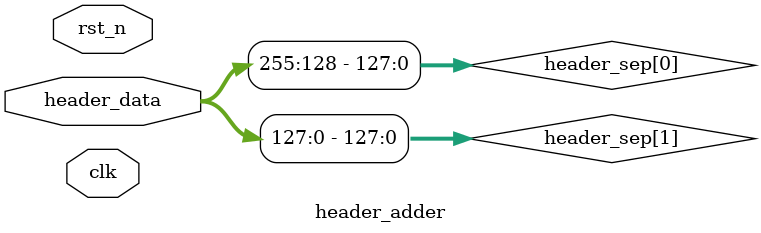
<source format=sv>

module header_adder #(
	parameter int DATA_WIDTH 	= 128,
	parameter int HEADER_SIZE 	= 256
)(
	input logic clk,
	input logic rst_n,
	
	avalon_st_if.slave 				data_in,
 	input logic [HEADER_SIZE-1:0] 	header_data,
 	avalon_st_if.master 			data_out
);

localparam int HEADER_WORD_COUNT = HEADER_SIZE/DATA_WIDTH;

logic [$clog2(HEADER_WORD_COUNT):0] header_cntr;

typedef enum int {
	IDLE_ST,
	HEADER_ST,
	DATA_ST 
} mod_st;

mod_st curr_st;

// Header seperate to words
logic [DATA_WIDTH-1:0] header_sep [HEADER_WORD_COUNT-1:0];

genvar i;
generate
	for (i = 0; i < HEADER_WORD_COUNT; i++) begin : sep_gen
		// Seperates each word in the header
		assign header_sep[i] = header_data[HEADER_SIZE-(DATA_WIDTH * i)-1:HEADER_SIZE-(DATA_WIDTH * (i+1))];
	end
endgenerate

assign data_out.valid = data_in.valid;

always_comb begin : proc_async
	data_out.sop 	= (curr_st == IDLE_ST); // Sop always on, until state changes
	data_out.eop 	= (curr_st == DATA_ST & data_in.eop); // Eop when data eop
	data_out.data 	= (curr_st == DATA_ST) ? data_in.data : header_sep[header_cntr]; // Takes a word from the header depending on the counter
	data_out.empty  = (data_out.eop) ? data_in.empty : 'b0; // Should be 0 unless given value at eop
	data_in.ready 	= (curr_st == DATA_ST) & data_out.ready; // Ready only when out is
end

always_ff @(posedge clk or negedge rst_n) begin : proc_sync
	if(~rst_n) begin
		curr_st 		<= IDLE_ST;
		header_cntr 	<= 'b0;
	end else begin
		case (curr_st)
			// Waiting for valid to send the header.
			IDLE_ST : begin
				if (data_out.valid & data_out.ready) begin
					// Header only one word
					if (HEADER_WORD_COUNT == 1) begin
						curr_st <= DATA_ST;
					// Header continues
					end else begin
						curr_st <= HEADER_ST;
						header_cntr <= header_cntr + 1;
					end
				end
			end
			// Sending rest of header
			HEADER_ST : begin
				if ((header_cntr < HEADER_WORD_COUNT - 1) & (data_out.valid & data_out.ready)) begin
					header_cntr <= header_cntr + 1;
				end else begin
					// Move to data
					curr_st <= DATA_ST;
				end
			end
			DATA_ST : begin
				if (data_in.eop & data_in.valid & data_in.ready) begin
					curr_st 	<= IDLE_ST;
					header_cntr <= 0;
				end
			end
			default : begin data_in.ready <= 0; end // Should not happen ever
		endcase
	end
end

endmodule
</source>
